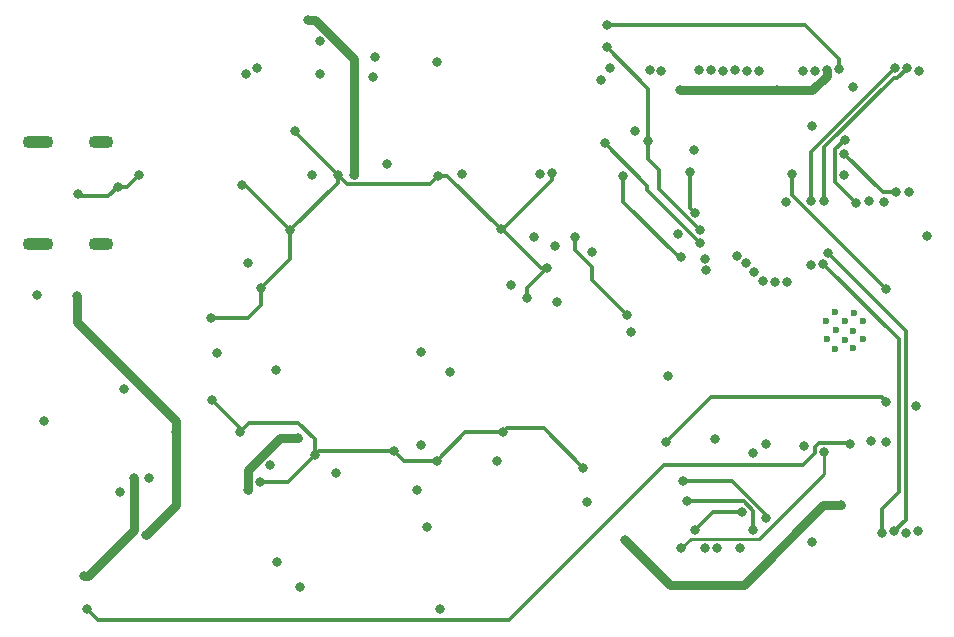
<source format=gbr>
%TF.GenerationSoftware,KiCad,Pcbnew,7.0.1*%
%TF.CreationDate,2023-03-19T17:11:42+00:00*%
%TF.ProjectId,ImogenWren,496d6f67-656e-4577-9265-6e2e6b696361,rev?*%
%TF.SameCoordinates,Original*%
%TF.FileFunction,Copper,L2,Inr*%
%TF.FilePolarity,Positive*%
%FSLAX46Y46*%
G04 Gerber Fmt 4.6, Leading zero omitted, Abs format (unit mm)*
G04 Created by KiCad (PCBNEW 7.0.1) date 2023-03-19 17:11:42*
%MOMM*%
%LPD*%
G01*
G04 APERTURE LIST*
%TA.AperFunction,HeatsinkPad*%
%ADD10C,0.600000*%
%TD*%
%TA.AperFunction,ComponentPad*%
%ADD11O,2.600000X1.100000*%
%TD*%
%TA.AperFunction,ComponentPad*%
%ADD12O,2.100000X1.100000*%
%TD*%
%TA.AperFunction,ViaPad*%
%ADD13C,0.800000*%
%TD*%
%TA.AperFunction,Conductor*%
%ADD14C,0.300000*%
%TD*%
%TA.AperFunction,Conductor*%
%ADD15C,0.800000*%
%TD*%
%TA.AperFunction,Conductor*%
%ADD16C,0.250000*%
%TD*%
G04 APERTURE END LIST*
D10*
%TO.N,GND*%
%TO.C,U3*%
X181225000Y-96660000D03*
X182757500Y-96605000D03*
X182035000Y-95860000D03*
X183595000Y-95820000D03*
X180495000Y-95800000D03*
X182775000Y-95100000D03*
X181265000Y-95080000D03*
X180475000Y-94290000D03*
X183595000Y-94280000D03*
X182025000Y-94280000D03*
X182785000Y-93580000D03*
X181225000Y-93560000D03*
%TD*%
D11*
%TO.N,GND*%
%TO.C,J8*%
X113740000Y-87740000D03*
D12*
X119100000Y-87740000D03*
D11*
X113740000Y-79100000D03*
D12*
X119100000Y-79100000D03*
%TD*%
D13*
%TO.N,GND*%
X182700000Y-74500000D03*
%TO.N,/ESP32/3V3_BUS*%
X176300000Y-74700000D03*
X182000000Y-81900000D03*
X180500000Y-73000000D03*
X168100000Y-74700000D03*
%TO.N,Net-(Q1-B)*%
X167900000Y-86900000D03*
%TO.N,/ESP32/3V3_BUS*%
X188065000Y-101500000D03*
%TO.N,Net-(Q2-E)*%
X142234340Y-71965660D03*
X169300000Y-79800000D03*
%TO.N,Net-(Q1-E)*%
X142100000Y-73600000D03*
%TO.N,Net-(U3-GPIO27(T7))*%
X175400000Y-104700000D03*
X170200000Y-113500000D03*
%TO.N,Net-(U3-GPIO14(T6))*%
X174300000Y-105449500D03*
X171233992Y-113500000D03*
%TO.N,/BATTERY_POWER*%
X121900000Y-107600000D03*
%TO.N,/BATTERY_POWER_BUS*%
X147800000Y-118700000D03*
X123100000Y-107600000D03*
%TO.N,/USB_POWER*%
X117075000Y-92200000D03*
%TO.N,/ESP32/USB ESP32 CH340 Interface /ESP_EN*%
X185550500Y-91600000D03*
%TO.N,/ESP32/SSERIAL_RX*%
X180650000Y-88550000D03*
%TO.N,/ESP32/SSERIAL_TX*%
X180236931Y-89460154D03*
%TO.N,Net-(U3-GPIO4(T0))*%
X179200000Y-89500000D03*
%TO.N,/ESP32/USB ESP32 CH340 Interface /TxD_B*%
X132300000Y-72900000D03*
X184100000Y-84100000D03*
%TO.N,/ESP32/USB ESP32 CH340 Interface /RxD_B*%
X131375210Y-73379169D03*
X185400000Y-84200000D03*
%TO.N,/BATTERY_POWER*%
X135900000Y-116800000D03*
X117600000Y-115900000D03*
%TO.N,/BATTERY_POWER_BUS*%
X135730025Y-104149500D03*
X161900000Y-69200000D03*
X136600000Y-68800000D03*
X140499000Y-81900000D03*
X131491396Y-108577889D03*
X181580139Y-72964585D03*
%TO.N,GND*%
X146200000Y-96900000D03*
X145814000Y-108586000D03*
X133900000Y-98400000D03*
X189007500Y-87107500D03*
X152558502Y-106150500D03*
X149596972Y-81850500D03*
X138966000Y-107149500D03*
X155700001Y-87200000D03*
X137587000Y-70599500D03*
X136900000Y-81900000D03*
X167100000Y-98900000D03*
X148600000Y-98600000D03*
X137637000Y-73400000D03*
X131500000Y-89402515D03*
X157704250Y-92704250D03*
X147498776Y-72350500D03*
X128899500Y-96977140D03*
X113675000Y-92075000D03*
X160200000Y-109600000D03*
X114250001Y-102750002D03*
X143300000Y-81000000D03*
X162180669Y-72871597D03*
%TO.N,/ESP32/3V3_BUS*%
X163450000Y-112800000D03*
X181699999Y-109899999D03*
%TO.N,/ESP32/USB ESP32 CH340 Interface /ESP_EN*%
X185550500Y-101100000D03*
X166900000Y-104500000D03*
X177600000Y-81800000D03*
%TO.N,/USB_POWER*%
X125439990Y-103655304D03*
X122900000Y-112400000D03*
%TO.N,/USB/D-*%
X122250000Y-81950000D03*
X117100000Y-83500000D03*
X120500000Y-82900000D03*
%TO.N,/WS2812b LEDs/5V_IN*%
X163900000Y-95200000D03*
X147600000Y-82000000D03*
X137168998Y-105650500D03*
X155100000Y-92300000D03*
X135100000Y-86600000D03*
X135500000Y-78200000D03*
X131000000Y-82800000D03*
X132600000Y-91500000D03*
X130800000Y-103700000D03*
X160649500Y-88400000D03*
X156800000Y-89800000D03*
X153099999Y-103699999D03*
X132490896Y-107900000D03*
X152900000Y-86500000D03*
X128450250Y-100949750D03*
X128400000Y-94000000D03*
X143900000Y-105300000D03*
X139093000Y-81880236D03*
X147500000Y-106100000D03*
X159900000Y-106700000D03*
X157221934Y-81781888D03*
%TO.N,23*%
X187460000Y-83340000D03*
X188330000Y-73100000D03*
%TO.N,Net-(U3-SDI{slash}SD1)*%
X169700001Y-73070567D03*
X172953399Y-88764439D03*
%TO.N,Net-(U3-SDO{slash}SD0)*%
X170732902Y-73038639D03*
X173718720Y-89407314D03*
%TO.N,Net-(U3-SCK{slash}CLK)*%
X174394954Y-90143326D03*
X171730448Y-73101148D03*
%TO.N,Net-(U3-SCS{slash}CMD)*%
X175144454Y-90873806D03*
X172728527Y-73047835D03*
%TO.N,Net-(U3-SWP{slash}SD3)*%
X176135958Y-91000000D03*
X173724339Y-73133651D03*
%TO.N,Net-(U3-SHD{slash}SD2)*%
X174736243Y-73114048D03*
X177134763Y-90962672D03*
%TO.N,Net-(U3-GPIO4(T0))*%
X179300000Y-113000000D03*
%TO.N,Net-(U3-GPIO2(T2))*%
X170202500Y-89002500D03*
X168350500Y-107800000D03*
X175362299Y-110962300D03*
%TO.N,Net-(U3-GPIO15(T3))*%
X174287701Y-111975500D03*
X170300000Y-90000000D03*
X168700000Y-109523501D03*
%TO.N,Net-(U3-GPIO13(T4))*%
X173200000Y-113500000D03*
X171076331Y-104283624D03*
%TO.N,Net-(U3-GPIO33(T8))*%
X173358758Y-110458758D03*
X178550500Y-104888509D03*
X169400000Y-111975500D03*
%TO.N,Net-(U3-GPIO32(T9))*%
X180299154Y-105349500D03*
X168200000Y-113500000D03*
%TO.N,Net-(Q1-B)*%
X168921611Y-81663607D03*
X169320759Y-85100850D03*
%TO.N,Net-(Q1-E)*%
X168200000Y-88900000D03*
X163300000Y-82000000D03*
%TO.N,/ESP32/LED_DATA_OUT*%
X177101318Y-84210772D03*
X153800000Y-91200000D03*
%TO.N,SCL*%
X186400000Y-83400000D03*
X178493112Y-73099967D03*
X179300000Y-77800000D03*
X181961500Y-80100000D03*
%TO.N,SDA*%
X182999500Y-84306754D03*
X182029624Y-78929624D03*
X179492600Y-73094598D03*
%TO.N,/CHARGE_STATUS*%
X117900000Y-118700000D03*
X182492500Y-104692500D03*
%TO.N,18*%
X186292386Y-72847660D03*
X179175000Y-84100000D03*
%TO.N,Net-(U3-SENSOR_VP)*%
X188200000Y-112100000D03*
X185500000Y-104500000D03*
%TO.N,Net-(U3-SENSOR_VN)*%
X187200000Y-112200000D03*
X184255000Y-104476866D03*
%TO.N,Net-(J7-PadA3)*%
X165506401Y-72993599D03*
X161400000Y-73900000D03*
%TO.N,Net-(D2-K)*%
X169800000Y-87700000D03*
X161700000Y-79200000D03*
%TO.N,/ESP32/SSERIAL_TX*%
X185200000Y-112200000D03*
%TO.N,/ESP32/SSERIAL_RX*%
X186200000Y-112100000D03*
%TO.N,Net-(J7-PadA4)*%
X166500222Y-73100024D03*
X164300000Y-78200000D03*
%TO.N,19*%
X180322500Y-84077500D03*
X187294698Y-72859515D03*
%TO.N,Net-(WLED1-DOUT)*%
X163600000Y-93800000D03*
X159200000Y-87200000D03*
%TO.N,Net-(WLED2-DOUT)*%
X156202800Y-81822708D03*
X157500000Y-87900000D03*
%TO.N,Net-(WLED10-DIN)*%
X133400000Y-106500000D03*
X146650000Y-111750000D03*
%TO.N,Net-(JP3-C)*%
X146200000Y-104800000D03*
X121000000Y-100000000D03*
%TO.N,Net-(SW1-B)*%
X133953246Y-114710500D03*
X120700000Y-108800000D03*
%TO.N,Net-(D3-K)*%
X169756578Y-86596623D03*
X161900000Y-71100000D03*
X165400000Y-79050500D03*
%TD*%
D14*
%TO.N,/USB/D-*%
X117300000Y-83700000D02*
X117100000Y-83500000D01*
X119700000Y-83700000D02*
X117300000Y-83700000D01*
X120500000Y-82900000D02*
X119700000Y-83700000D01*
D15*
%TO.N,/ESP32/3V3_BUS*%
X179300706Y-74700000D02*
X176300000Y-74700000D01*
X176300000Y-74700000D02*
X168100000Y-74700000D01*
D14*
%TO.N,SDA*%
X181211500Y-82518754D02*
X181211500Y-79747748D01*
D15*
%TO.N,/ESP32/3V3_BUS*%
X180500000Y-73500706D02*
X179300706Y-74700000D01*
D14*
%TO.N,/BATTERY_POWER_BUS*%
X181580139Y-72080139D02*
X181580139Y-72964585D01*
X178700000Y-69200000D02*
X181580139Y-72080139D01*
D15*
%TO.N,/ESP32/3V3_BUS*%
X180500000Y-73000000D02*
X180500000Y-73500706D01*
D14*
%TO.N,/BATTERY_POWER_BUS*%
X161900000Y-69200000D02*
X178700000Y-69200000D01*
%TO.N,Net-(WLED1-DOUT)*%
X160600000Y-90800000D02*
X160600000Y-89700000D01*
X159200000Y-88300000D02*
X160600000Y-89700000D01*
%TO.N,/WS2812b LEDs/5V_IN*%
X131600000Y-102900000D02*
X135779901Y-102900000D01*
X130800000Y-103700000D02*
X131600000Y-102900000D01*
X135779901Y-102900000D02*
X137168998Y-104289097D01*
X137168998Y-104289097D02*
X137168998Y-105650500D01*
X137519498Y-105300000D02*
X137168998Y-105650500D01*
X143900000Y-105300000D02*
X137519498Y-105300000D01*
%TO.N,Net-(Q1-E)*%
X167994708Y-88900000D02*
X168200000Y-88900000D01*
X163300000Y-84205292D02*
X167994708Y-88900000D01*
X163300000Y-82000000D02*
X163300000Y-84205292D01*
%TO.N,/ESP32/USB ESP32 CH340 Interface /ESP_EN*%
X177600000Y-83649500D02*
X177600000Y-81800000D01*
X185550500Y-91600000D02*
X177600000Y-83649500D01*
D16*
%TO.N,Net-(U3-GPIO32(T9))*%
X169000000Y-112700000D02*
X168200000Y-113500000D01*
X174800000Y-112700000D02*
X169000000Y-112700000D01*
X180299154Y-107200846D02*
X174800000Y-112700000D01*
X180299154Y-105349500D02*
X180299154Y-107200846D01*
D14*
%TO.N,Net-(U3-GPIO33(T8))*%
X170916742Y-110458758D02*
X169400000Y-111975500D01*
X173358758Y-110458758D02*
X170916742Y-110458758D01*
%TO.N,Net-(U3-GPIO15(T3))*%
X168700000Y-109523501D02*
X173483455Y-109523501D01*
X173483455Y-109523501D02*
X174287701Y-110327747D01*
X174287701Y-110327747D02*
X174287701Y-111975500D01*
%TO.N,Net-(D2-K)*%
X169800000Y-87700000D02*
X165320023Y-83220023D01*
X165320023Y-82820023D02*
X161700000Y-79200000D01*
X165320023Y-83220023D02*
X165320023Y-82820023D01*
%TO.N,/ESP32/SSERIAL_RX*%
X187200000Y-111100000D02*
X186200000Y-112100000D01*
X180650000Y-88550000D02*
X187200000Y-95100000D01*
X187200000Y-95100000D02*
X187200000Y-111100000D01*
%TO.N,/ESP32/SSERIAL_TX*%
X186600000Y-95823223D02*
X180236931Y-89460154D01*
X186600000Y-108800000D02*
X186600000Y-95823223D01*
X185200000Y-110200000D02*
X186600000Y-108800000D01*
X185200000Y-112200000D02*
X185200000Y-110200000D01*
%TO.N,Net-(D3-K)*%
X165400000Y-74600000D02*
X165400000Y-79050500D01*
X161900000Y-71100000D02*
X165400000Y-74600000D01*
X166300000Y-81493598D02*
X165400000Y-80593598D01*
X166300000Y-83140045D02*
X166300000Y-81493598D01*
X169756578Y-86596623D02*
X166300000Y-83140045D01*
X165400000Y-80593598D02*
X165400000Y-79050500D01*
D15*
%TO.N,/BATTERY_POWER*%
X121900000Y-112000000D02*
X118000000Y-115900000D01*
X121900000Y-107600000D02*
X121900000Y-112000000D01*
X118000000Y-115900000D02*
X117600000Y-115900000D01*
D14*
%TO.N,/WS2812b LEDs/5V_IN*%
X149900000Y-103700000D02*
X153099999Y-103699999D01*
X147500000Y-106100000D02*
X149900000Y-103700000D01*
X153454201Y-103345797D02*
X153099999Y-103699999D01*
X156545797Y-103345797D02*
X153454201Y-103345797D01*
X159900000Y-106700000D02*
X156545797Y-103345797D01*
%TO.N,/CHARGE_STATUS*%
X118800000Y-119600000D02*
X117900000Y-118700000D01*
X153600000Y-119600000D02*
X118800000Y-119600000D01*
X166700000Y-106500000D02*
X153600000Y-119600000D01*
X178500000Y-106500000D02*
X166700000Y-106500000D01*
X179549654Y-105450346D02*
X178500000Y-106500000D01*
X179549654Y-104939736D02*
X179549654Y-105450346D01*
X179889390Y-104600000D02*
X179549654Y-104939736D01*
X182492500Y-104692500D02*
X182400000Y-104600000D01*
X182400000Y-104600000D02*
X179889390Y-104600000D01*
%TO.N,/WS2812b LEDs/5V_IN*%
X153000000Y-86500000D02*
X152900000Y-86500000D01*
X156300000Y-89800000D02*
X153000000Y-86500000D01*
X156800000Y-89800000D02*
X156300000Y-89800000D01*
%TO.N,18*%
X179175000Y-79965046D02*
X186292386Y-72847660D01*
X179175000Y-84100000D02*
X179175000Y-79965046D01*
%TO.N,19*%
X187294698Y-72905302D02*
X187294698Y-72859515D01*
X186500000Y-73700000D02*
X187294698Y-72905302D01*
X186199293Y-73700000D02*
X186500000Y-73700000D01*
X180322500Y-79576793D02*
X186199293Y-73700000D01*
%TO.N,SDA*%
X181211500Y-79747748D02*
X182029624Y-78929624D01*
%TO.N,19*%
X180322500Y-84077500D02*
X180322500Y-79576793D01*
%TO.N,SDA*%
X182999500Y-84306754D02*
X181211500Y-82518754D01*
%TO.N,Net-(U3-GPIO2(T2))*%
X172466355Y-107800000D02*
X168350500Y-107800000D01*
X175362299Y-110695944D02*
X172466355Y-107800000D01*
X175362299Y-110962300D02*
X175362299Y-110695944D01*
D15*
%TO.N,/USB_POWER*%
X117075000Y-94375000D02*
X117075000Y-92200000D01*
X125439990Y-102739990D02*
X117075000Y-94375000D01*
X125439990Y-103655304D02*
X125439990Y-102739990D01*
D14*
%TO.N,/ESP32/USB ESP32 CH340 Interface /ESP_EN*%
X185150500Y-100700000D02*
X185550500Y-101100000D01*
X170700000Y-100700000D02*
X185150500Y-100700000D01*
X166900000Y-104500000D02*
X170700000Y-100700000D01*
%TO.N,/WS2812b LEDs/5V_IN*%
X152900000Y-86500000D02*
X153100000Y-86500000D01*
X157221934Y-82378066D02*
X157221934Y-81781888D01*
X153100000Y-86500000D02*
X157221934Y-82378066D01*
%TO.N,SCL*%
X185261500Y-83400000D02*
X186400000Y-83400000D01*
X181961500Y-80100000D02*
X185261500Y-83400000D01*
D15*
%TO.N,/USB_POWER*%
X125439990Y-109860010D02*
X122900000Y-112400000D01*
X125439990Y-103655304D02*
X125439990Y-109860010D01*
D14*
%TO.N,/USB/D-*%
X121300000Y-82900000D02*
X122250000Y-81950000D01*
X120500000Y-82900000D02*
X121300000Y-82900000D01*
D15*
%TO.N,/BATTERY_POWER_BUS*%
X140499000Y-72097286D02*
X140499000Y-81900000D01*
X137201714Y-68800000D02*
X140499000Y-72097286D01*
X136600000Y-68800000D02*
X137201714Y-68800000D01*
X131491396Y-106908604D02*
X131491396Y-108577889D01*
X135730025Y-104149500D02*
X134250500Y-104149500D01*
X134250500Y-104149500D02*
X131491396Y-106908604D01*
%TO.N,/ESP32/3V3_BUS*%
X173500000Y-116600000D02*
X180200001Y-109899999D01*
X180200001Y-109899999D02*
X181699999Y-109899999D01*
X167250000Y-116600000D02*
X173500000Y-116600000D01*
X163450000Y-112800000D02*
X167250000Y-116600000D01*
D14*
%TO.N,/WS2812b LEDs/5V_IN*%
X139862264Y-82649500D02*
X146950500Y-82649500D01*
X155100000Y-91500000D02*
X155100000Y-92300000D01*
X135100000Y-89000000D02*
X132600000Y-91500000D01*
X131300000Y-82800000D02*
X131000000Y-82800000D01*
X135100000Y-86600000D02*
X135100000Y-89000000D01*
X146950500Y-82649500D02*
X147600000Y-82000000D01*
X137168998Y-105650500D02*
X134919498Y-107900000D01*
X135100000Y-86600000D02*
X131300000Y-82800000D01*
X130800000Y-103700000D02*
X130800000Y-103299501D01*
X139093000Y-81880236D02*
X135500000Y-78287236D01*
X148400000Y-82000000D02*
X147600000Y-82000000D01*
X139093000Y-82607000D02*
X135100000Y-86600000D01*
X152900000Y-86500000D02*
X148400000Y-82000000D01*
X143900000Y-105300000D02*
X144700000Y-106100000D01*
X130800000Y-103299501D02*
X128450250Y-100949750D01*
X131500000Y-94000000D02*
X132600000Y-92900000D01*
X156800000Y-89800000D02*
X155100000Y-91500000D01*
X139093000Y-81880236D02*
X139093000Y-82607000D01*
X135500000Y-78287236D02*
X135500000Y-78200000D01*
X139093000Y-81880236D02*
X139862264Y-82649500D01*
X132600000Y-92900000D02*
X132600000Y-91500000D01*
X128400000Y-94000000D02*
X131500000Y-94000000D01*
X144700000Y-106100000D02*
X147500000Y-106100000D01*
X134919498Y-107900000D02*
X132490896Y-107900000D01*
%TO.N,Net-(Q1-B)*%
X168921611Y-84701702D02*
X169320759Y-85100850D01*
X168921611Y-81663607D02*
X168921611Y-84701702D01*
%TO.N,Net-(WLED1-DOUT)*%
X159200000Y-88300000D02*
X159200000Y-87200000D01*
X160600000Y-90800000D02*
X163600000Y-93800000D01*
%TD*%
M02*

</source>
